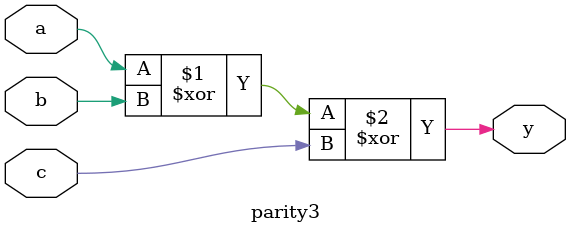
<source format=v>
module parity3 (
    input a,
    input b,
    input c,
    output y
);
  assign y = a ^ b ^ c;
endmodule

</source>
